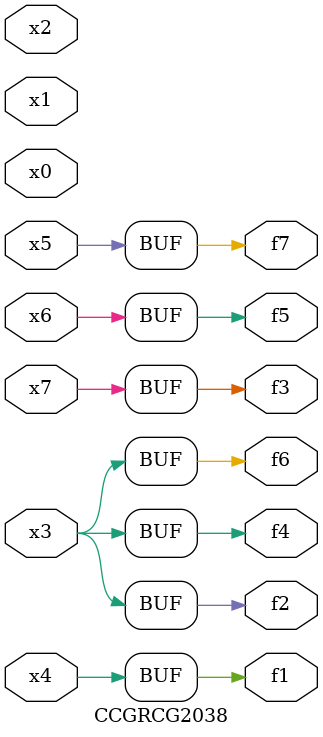
<source format=v>
module CCGRCG2038(
	input x0, x1, x2, x3, x4, x5, x6, x7,
	output f1, f2, f3, f4, f5, f6, f7
);
	assign f1 = x4;
	assign f2 = x3;
	assign f3 = x7;
	assign f4 = x3;
	assign f5 = x6;
	assign f6 = x3;
	assign f7 = x5;
endmodule

</source>
